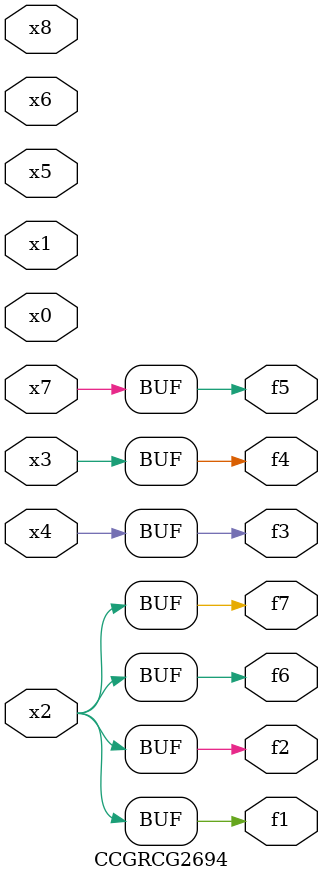
<source format=v>
module CCGRCG2694(
	input x0, x1, x2, x3, x4, x5, x6, x7, x8,
	output f1, f2, f3, f4, f5, f6, f7
);
	assign f1 = x2;
	assign f2 = x2;
	assign f3 = x4;
	assign f4 = x3;
	assign f5 = x7;
	assign f6 = x2;
	assign f7 = x2;
endmodule

</source>
